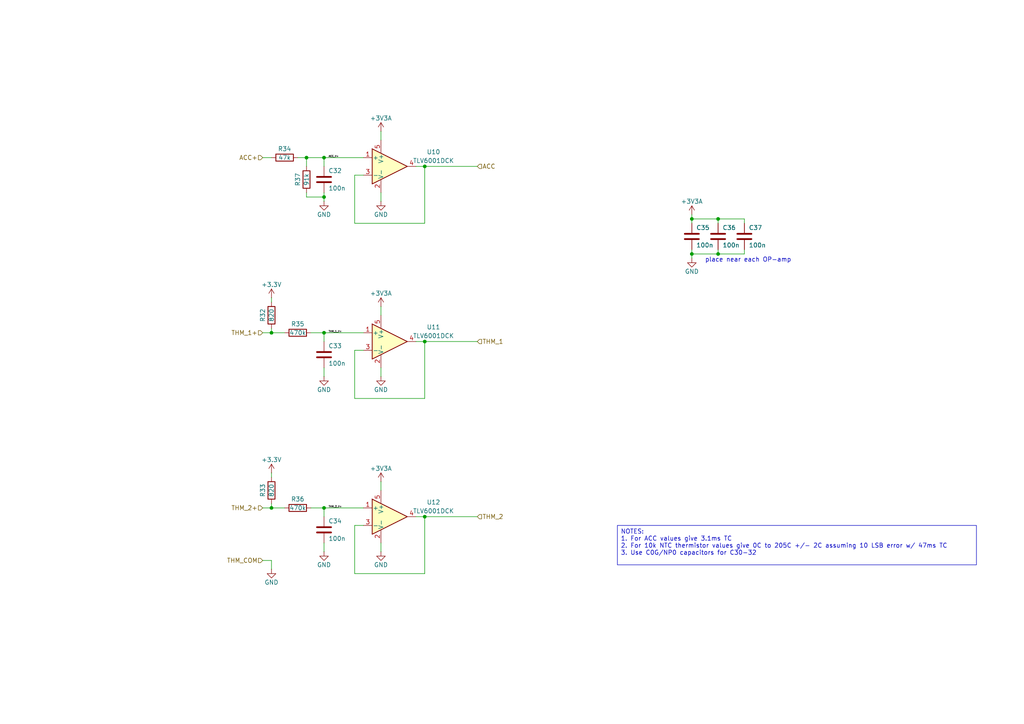
<source format=kicad_sch>
(kicad_sch (version 20250114) (generator "eeschema") (generator_version "9.0")
  (paper "A4")
  (lib_symbols
    (symbol "Amplifier_Operational:TLV6001DCK" (pin_names (offset 0.127))
      (property "Reference" "U" (at 7.62 2.54 0))
      (property "Value" "TLV6001DCK" (at 11.43 -2.54 0))
      (symbol "TLV6001DCK_0_1"
        (polyline (pts (xy -2.54 5.08) (xy -2.54 -5.08) (xy 7.62 0) (xy -2.54 5.08)) (stroke (width 0.254)) (fill (type background)))
      )
      (symbol "TLV6001DCK_1_1"
        (pin input line (at -5.08 2.54 0) (length 2.54) (name "+") (number "1"))
        (pin input line (at -5.08 -2.54 0) (length 2.54) (name "-") (number "3"))
        (pin power_in line (at 0 7.62 270) (length 3.81) (name "V+") (number "5"))
        (pin power_in line (at 0 -7.62 90) (length 3.81) (name "V-") (number "2"))
        (pin output line (at 10.16 0 180) (length 2.54) (name "~") (number "4"))
      )
    )
    (symbol "Device:C" (pin_numbers (hide yes)) (pin_names (offset 0.254))
      (property "Reference" "C" (at 0.635 2.54 0))
      (property "Value" "C" (at 0.635 -2.54 0))
      (symbol "C_0_1"
        (polyline (pts (xy -2.032 0.762) (xy 2.032 0.762)) (stroke (width 0.508)))
        (polyline (pts (xy -2.032 -0.762) (xy 2.032 -0.762)) (stroke (width 0.508)))
      )
      (symbol "C_1_1"
        (pin passive line (at 0 3.81 270) (length 2.794) (name "~") (number "1"))
        (pin passive line (at 0 -3.81 90) (length 2.794) (name "~") (number "2"))
      )
    )
    (symbol "Device:R" (pin_numbers (hide yes)) (pin_names (offset 0))
      (property "Reference" "R" (at 2.032 0 90))
      (property "Value" "R" (at 0 0 90))
      (symbol "R_0_1"
        (rectangle (start -1.016 -2.54) (end 1.016 2.54) (stroke (width 0.254)))
      )
      (symbol "R_1_1"
        (pin passive line (at 0 3.81 270) (length 1.27) (name "~") (number "1"))
        (pin passive line (at 0 -3.81 90) (length 1.27) (name "~") (number "2"))
      )
    )
    (symbol "power:+3.3V" (power) (pin_numbers (hide yes)) (pin_names (offset 0) (hide yes))
      (property "Value" "+3.3V" (at 0 3.556 0))
      (symbol "+3.3V_0_1"
        (polyline (pts (xy -0.762 1.27) (xy 0 2.54)))
        (polyline (pts (xy 0 2.54) (xy 0.762 1.27)))
        (polyline (pts (xy 0 0) (xy 0 2.54)))
      )
      (symbol "+3.3V_1_1"
        (pin power_in line (at 0 0 90) (length 0) (name "~") (number "1"))
      )
    )
    (symbol "power:+3.3VA" (power) (pin_numbers (hide yes)) (pin_names (offset 0) (hide yes))
      (property "Value" "+3.3VA" (at 0 3.556 0))
      (symbol "+3.3VA_0_1"
        (polyline (pts (xy -0.762 1.27) (xy 0 2.54)))
        (polyline (pts (xy 0 2.54) (xy 0.762 1.27)))
        (polyline (pts (xy 0 0) (xy 0 2.54)))
      )
      (symbol "+3.3VA_1_1"
        (pin power_in line (at 0 0 90) (length 0) (name "~") (number "1"))
      )
    )
    (symbol "power:GND" (power) (pin_numbers (hide yes)) (pin_names (offset 0) (hide yes))
      (property "Value" "GND" (at 0 -3.81 0))
      (symbol "GND_0_1"
        (polyline (pts (xy 0 0) (xy 0 -1.27) (xy 1.27 -1.27) (xy 0 -2.54) (xy -1.27 -1.27) (xy 0 -1.27)))
      )
      (symbol "GND_1_1"
        (pin power_in line (at 0 0 270) (length 0) (name "~") (number "1"))
      )
    )
  )
  (text "place near each OP-amp" (at 204.47 76.2 0) (effects (font (size 1.27 1.27)) (justify left bottom)))
  (text_box "NOTES:\n1. For ACC values give 3.1ms TC\n2. For 10k NTC thermistor values give 0C to 205C +/- 2C assuming 10 LSB error w/ 47ms TC\n3. Use C0G/NP0 capacitors for C30-32" (at 179.07 152.4 0) (size 104.14 11.43) (margins 0.9525 0.9525 0.9525 0.9525) (effects (font (size 1.27 1.27)) (justify left top)))
  (junction (at 123.19 99.06))
  (junction (at 93.98 147.32))
  (junction (at 93.98 45.72))
  (junction (at 78.74 147.32))
  (junction (at 78.74 96.52))
  (junction (at 123.19 48.26))
  (junction (at 93.98 96.52))
  (junction (at 93.98 57.15))
  (junction (at 208.28 63.5))
  (junction (at 123.19 149.86))
  (junction (at 200.66 63.5))
  (junction (at 200.66 73.66))
  (junction (at 88.9 45.72))
  (junction (at 208.28 73.66))
  (wire (pts (xy 102.87 50.8) (xy 105.41 50.8)))
  (wire (pts (xy 78.74 147.32) (xy 82.55 147.32)))
  (wire (pts (xy 78.74 96.52) (xy 82.55 96.52)))
  (wire (pts (xy 78.74 137.16) (xy 78.74 138.43)))
  (wire (pts (xy 208.28 73.66) (xy 215.9 73.66)))
  (wire (pts (xy 200.66 72.39) (xy 200.66 73.66)))
  (wire (pts (xy 123.19 99.06) (xy 138.43 99.06)))
  (wire (pts (xy 93.98 157.48) (xy 93.98 160.02)))
  (wire (pts (xy 76.2 162.56) (xy 78.74 162.56)))
  (wire (pts (xy 110.49 58.42) (xy 110.49 55.88)))
  (wire (pts (xy 102.87 101.6) (xy 102.87 115.57)))
  (wire (pts (xy 200.66 63.5) (xy 200.66 64.77)))
  (wire (pts (xy 123.19 99.06) (xy 123.19 115.57)))
  (wire (pts (xy 102.87 166.37) (xy 123.19 166.37)))
  (wire (pts (xy 93.98 147.32) (xy 93.98 149.86)))
  (wire (pts (xy 93.98 96.52) (xy 93.98 99.06)))
  (wire (pts (xy 93.98 147.32) (xy 105.41 147.32)))
  (wire (pts (xy 208.28 63.5) (xy 208.28 64.77)))
  (wire (pts (xy 93.98 55.88) (xy 93.98 57.15)))
  (wire (pts (xy 90.17 96.52) (xy 93.98 96.52)))
  (wire (pts (xy 93.98 45.72) (xy 93.98 48.26)))
  (wire (pts (xy 86.36 45.72) (xy 88.9 45.72)))
  (wire (pts (xy 102.87 64.77) (xy 123.19 64.77)))
  (wire (pts (xy 200.66 62.23) (xy 200.66 63.5)))
  (wire (pts (xy 76.2 147.32) (xy 78.74 147.32)))
  (wire (pts (xy 78.74 86.36) (xy 78.74 87.63)))
  (wire (pts (xy 215.9 72.39) (xy 215.9 73.66)))
  (wire (pts (xy 110.49 109.22) (xy 110.49 106.68)))
  (wire (pts (xy 120.65 48.26) (xy 123.19 48.26)))
  (wire (pts (xy 93.98 45.72) (xy 105.41 45.72)))
  (wire (pts (xy 200.66 73.66) (xy 200.66 74.93)))
  (wire (pts (xy 88.9 45.72) (xy 93.98 45.72)))
  (wire (pts (xy 123.19 48.26) (xy 123.19 64.77)))
  (wire (pts (xy 76.2 45.72) (xy 78.74 45.72)))
  (wire (pts (xy 110.49 38.1) (xy 110.49 40.64)))
  (wire (pts (xy 102.87 152.4) (xy 102.87 166.37)))
  (wire (pts (xy 88.9 57.15) (xy 88.9 55.88)))
  (wire (pts (xy 93.98 57.15) (xy 88.9 57.15)))
  (wire (pts (xy 120.65 149.86) (xy 123.19 149.86)))
  (wire (pts (xy 102.87 50.8) (xy 102.87 64.77)))
  (wire (pts (xy 120.65 99.06) (xy 123.19 99.06)))
  (wire (pts (xy 215.9 63.5) (xy 215.9 64.77)))
  (wire (pts (xy 93.98 106.68) (xy 93.98 109.22)))
  (wire (pts (xy 208.28 63.5) (xy 215.9 63.5)))
  (wire (pts (xy 123.19 149.86) (xy 123.19 166.37)))
  (wire (pts (xy 110.49 160.02) (xy 110.49 157.48)))
  (wire (pts (xy 78.74 162.56) (xy 78.74 165.1)))
  (wire (pts (xy 90.17 147.32) (xy 93.98 147.32)))
  (wire (pts (xy 93.98 96.52) (xy 105.41 96.52)))
  (wire (pts (xy 102.87 115.57) (xy 123.19 115.57)))
  (wire (pts (xy 78.74 146.05) (xy 78.74 147.32)))
  (wire (pts (xy 123.19 149.86) (xy 138.43 149.86)))
  (wire (pts (xy 200.66 73.66) (xy 208.28 73.66)))
  (wire (pts (xy 110.49 139.7) (xy 110.49 142.24)))
  (wire (pts (xy 102.87 152.4) (xy 105.41 152.4)))
  (wire (pts (xy 102.87 101.6) (xy 105.41 101.6)))
  (wire (pts (xy 76.2 96.52) (xy 78.74 96.52)))
  (wire (pts (xy 123.19 48.26) (xy 138.43 48.26)))
  (wire (pts (xy 110.49 88.9) (xy 110.49 91.44)))
  (wire (pts (xy 78.74 95.25) (xy 78.74 96.52)))
  (wire (pts (xy 208.28 72.39) (xy 208.28 73.66)))
  (wire (pts (xy 93.98 57.15) (xy 93.98 58.42)))
  (wire (pts (xy 88.9 45.72) (xy 88.9 48.26)))
  (wire (pts (xy 200.66 63.5) (xy 208.28 63.5)))
  (label "ACC_V+" (at 95.25 45.72 0) (effects (font (size 0.5 0.5))))
  (label "THM_1_V+" (at 95.25 96.52 0) (effects (font (size 0.5 0.5))))
  (label "THM_2_V+" (at 95.25 147.32 0) (effects (font (size 0.5 0.5))))
  (hierarchical_label "THM_1" (shape input) (at 138.43 99.06 0))
  (hierarchical_label "THM_2" (shape input) (at 138.43 149.86 0))
  (hierarchical_label "ACC" (shape input) (at 138.43 48.26 0))
  (hierarchical_label "THM_COM" (shape input) (at 76.2 162.56 180))
  (hierarchical_label "THM_2+" (shape input) (at 76.2 147.32 180))
  (hierarchical_label "ACC+" (shape input) (at 76.2 45.72 180))
  (hierarchical_label "THM_1+" (shape input) (at 76.2 96.52 180))
  (symbol (lib_id "power:+3.3VA") (at 200.66 62.23 0) (unit 1)
    (property "Reference" "#PWR098" (effects (hide yes)))
    (property "Value" "+3V3A" (at 200.66 58.42 0))
    (property "Description" "Power symbol creates a global label with name \"+3.3VA\"" (effects (hide yes)))
  )
  (symbol (lib_id "power:+3.3V") (at 78.74 137.16 0) (unit 1)
    (property "Reference" "#PWR087" (effects (hide yes)))
    (property "Value" "+3.3V" (at 78.74 133.35 0))
    (property "Description" "Power symbol creates a global label with name \"+3.3V\"" (effects (hide yes)))
  )
  (symbol (lib_id "Amplifier_Operational:TLV6001DCK") (at 110.49 48.26 0) (unit 1)
    (property "Reference" "U10" (at 125.73 44.0691 0))
    (property "Value" "TLV6001DCK" (at 125.73 46.6091 0))
    (property "Footprint" "Package_TO_SOT_SMD:SOT-353_SC-70-5" (effects (hide yes)))
    (property "Datasheet" "http://www.ti.com/lit/ds/symlink/tlv6001.pdf" (effects (hide yes)))
    (property "Description" "Low-power, Rail-to-rail, 1MHz Operational Amplifier, SOT-353" (effects (hide yes)))
  )
  (symbol (lib_id "power:GND") (at 110.49 58.42 0) (unit 1)
    (property "Reference" "#PWR093" (effects (hide yes)))
    (property "Value" "GND" (at 110.49 62.23 0))
    (property "Description" "Power symbol creates a global label with name \"GND\" , ground" (effects (hide yes)))
  )
  (symbol (lib_id "power:GND") (at 93.98 109.22 0) (unit 1)
    (property "Reference" "#PWR090" (effects (hide yes)))
    (property "Value" "GND" (at 93.98 113.03 0))
    (property "Description" "Power symbol creates a global label with name \"GND\" , ground" (effects (hide yes)))
  )
  (symbol (lib_id "power:GND") (at 110.49 109.22 0) (unit 1)
    (property "Reference" "#PWR095" (effects (hide yes)))
    (property "Value" "GND" (at 110.49 113.03 0))
    (property "Description" "Power symbol creates a global label with name \"GND\" , ground" (effects (hide yes)))
  )
  (symbol (lib_id "Device:C") (at 93.98 153.67 0) (unit 1)
    (property "Reference" "C34" (at 95.25 151.13 0) (effects (justify left)))
    (property "Value" "100n" (at 95.25 156.21 0) (effects (justify left)))
    (property "Footprint" "Capacitor_SMD:C_0402_1005Metric_Pad0.74x0.62mm_HandSolder" (effects (hide yes)))
    (property "Description" "Unpolarized capacitor" (effects (hide yes)))
  )
  (symbol (lib_id "power:GND") (at 200.66 74.93 0) (unit 1)
    (property "Reference" "#PWR099" (effects (hide yes)))
    (property "Value" "GND" (at 200.66 78.74 0))
    (property "Description" "Power symbol creates a global label with name \"GND\" , ground" (effects (hide yes)))
  )
  (symbol (lib_id "Device:R") (at 82.55 45.72 90) (unit 1)
    (property "Reference" "R34" (at 82.55 43.18 90))
    (property "Value" "47k" (at 82.55 45.72 90))
    (property "Footprint" "Resistor_SMD:R_0402_1005Metric_Pad0.72x0.64mm_HandSolder" (effects (hide yes)))
    (property "Description" "Resistor" (effects (hide yes)))
  )
  (symbol (lib_id "Device:C") (at 93.98 52.07 0) (unit 1)
    (property "Reference" "C32" (at 95.25 49.53 0) (effects (justify left)))
    (property "Value" "100n" (at 95.25 54.61 0) (effects (justify left)))
    (property "Footprint" "Capacitor_SMD:C_0402_1005Metric_Pad0.74x0.62mm_HandSolder" (effects (hide yes)))
    (property "Description" "Unpolarized capacitor" (effects (hide yes)))
  )
  (symbol (lib_id "Device:R") (at 86.36 96.52 90) (unit 1)
    (property "Reference" "R35" (at 86.36 93.98 90))
    (property "Value" "470k" (at 86.36 96.52 90))
    (property "Footprint" "Resistor_SMD:R_0402_1005Metric_Pad0.72x0.64mm_HandSolder" (effects (hide yes)))
    (property "Description" "Resistor" (effects (hide yes)))
  )
  (symbol (lib_id "power:+3.3VA") (at 110.49 88.9 0) (unit 1)
    (property "Reference" "#PWR094" (effects (hide yes)))
    (property "Value" "+3V3A" (at 110.49 85.09 0))
    (property "Description" "Power symbol creates a global label with name \"+3.3VA\"" (effects (hide yes)))
  )
  (symbol (lib_id "Amplifier_Operational:TLV6001DCK") (at 110.49 99.06 0) (unit 1)
    (property "Reference" "U11" (at 125.73 94.8691 0))
    (property "Value" "TLV6001DCK" (at 125.73 97.4091 0))
    (property "Footprint" "Package_TO_SOT_SMD:SOT-353_SC-70-5" (effects (hide yes)))
    (property "Datasheet" "http://www.ti.com/lit/ds/symlink/tlv6001.pdf" (effects (hide yes)))
    (property "Description" "Low-power, Rail-to-rail, 1MHz Operational Amplifier, SOT-353" (effects (hide yes)))
  )
  (symbol (lib_id "Device:C") (at 215.9 68.58 0) (unit 1)
    (property "Reference" "C37" (at 217.17 66.04 0) (effects (justify left)))
    (property "Value" "100n" (at 217.17 71.12 0) (effects (justify left)))
    (property "Footprint" "Capacitor_SMD:C_0402_1005Metric" (effects (hide yes)))
    (property "Description" "Unpolarized capacitor" (effects (hide yes)))
  )
  (symbol (lib_id "power:GND") (at 93.98 58.42 0) (unit 1)
    (property "Reference" "#PWR089" (effects (hide yes)))
    (property "Value" "GND" (at 93.98 62.23 0))
    (property "Description" "Power symbol creates a global label with name \"GND\" , ground" (effects (hide yes)))
  )
  (symbol (lib_id "Device:R") (at 78.74 91.44 180) (unit 1)
    (property "Reference" "R32" (at 76.2 91.44 90))
    (property "Value" "820" (at 78.74 91.44 90))
    (property "Footprint" "Resistor_SMD:R_0402_1005Metric_Pad0.72x0.64mm_HandSolder" (effects (hide yes)))
    (property "Description" "Resistor" (effects (hide yes)))
  )
  (symbol (lib_id "Device:C") (at 93.98 102.87 0) (unit 1)
    (property "Reference" "C33" (at 95.25 100.33 0) (effects (justify left)))
    (property "Value" "100n" (at 95.25 105.41 0) (effects (justify left)))
    (property "Footprint" "Capacitor_SMD:C_0402_1005Metric_Pad0.74x0.62mm_HandSolder" (effects (hide yes)))
    (property "Description" "Unpolarized capacitor" (effects (hide yes)))
  )
  (symbol (lib_id "Device:R") (at 86.36 147.32 90) (unit 1)
    (property "Reference" "R36" (at 86.36 144.78 90))
    (property "Value" "470k" (at 86.36 147.32 90))
    (property "Footprint" "Resistor_SMD:R_0402_1005Metric_Pad0.72x0.64mm_HandSolder" (effects (hide yes)))
    (property "Description" "Resistor" (effects (hide yes)))
  )
  (symbol (lib_id "power:+3.3VA") (at 110.49 139.7 0) (unit 1)
    (property "Reference" "#PWR096" (effects (hide yes)))
    (property "Value" "+3V3A" (at 110.49 135.89 0))
    (property "Description" "Power symbol creates a global label with name \"+3.3VA\"" (effects (hide yes)))
  )
  (symbol (lib_id "Amplifier_Operational:TLV6001DCK") (at 110.49 149.86 0) (unit 1)
    (property "Reference" "U12" (at 125.73 145.6691 0))
    (property "Value" "TLV6001DCK" (at 125.73 148.2091 0))
    (property "Footprint" "Package_TO_SOT_SMD:SOT-353_SC-70-5" (effects (hide yes)))
    (property "Datasheet" "http://www.ti.com/lit/ds/symlink/tlv6001.pdf" (effects (hide yes)))
    (property "Description" "Low-power, Rail-to-rail, 1MHz Operational Amplifier, SOT-353" (effects (hide yes)))
  )
  (symbol (lib_id "power:GND") (at 78.74 165.1 0) (unit 1)
    (property "Reference" "#PWR088" (effects (hide yes)))
    (property "Value" "GND" (at 78.74 168.91 0))
    (property "Description" "Power symbol creates a global label with name \"GND\" , ground" (effects (hide yes)))
  )
  (symbol (lib_id "power:GND") (at 93.98 160.02 0) (unit 1)
    (property "Reference" "#PWR091" (effects (hide yes)))
    (property "Value" "GND" (at 93.98 163.83 0))
    (property "Description" "Power symbol creates a global label with name \"GND\" , ground" (effects (hide yes)))
  )
  (symbol (lib_id "Device:C") (at 200.66 68.58 0) (unit 1)
    (property "Reference" "C35" (at 201.93 66.04 0) (effects (justify left)))
    (property "Value" "100n" (at 201.93 71.12 0) (effects (justify left)))
    (property "Footprint" "Capacitor_SMD:C_0402_1005Metric" (effects (hide yes)))
    (property "Description" "Unpolarized capacitor" (effects (hide yes)))
  )
  (symbol (lib_id "Device:C") (at 208.28 68.58 0) (unit 1)
    (property "Reference" "C36" (at 209.55 66.04 0) (effects (justify left)))
    (property "Value" "100n" (at 209.55 71.12 0) (effects (justify left)))
    (property "Footprint" "Capacitor_SMD:C_0402_1005Metric" (effects (hide yes)))
    (property "Description" "Unpolarized capacitor" (effects (hide yes)))
  )
  (symbol (lib_id "Device:R") (at 88.9 52.07 180) (unit 1)
    (property "Reference" "R37" (at 86.36 52.07 90))
    (property "Value" "91k" (at 88.9 52.07 90))
    (property "Footprint" "Resistor_SMD:R_0402_1005Metric_Pad0.72x0.64mm_HandSolder" (effects (hide yes)))
    (property "Description" "Resistor" (effects (hide yes)))
  )
  (symbol (lib_id "power:+3.3VA") (at 110.49 38.1 0) (unit 1)
    (property "Reference" "#PWR092" (effects (hide yes)))
    (property "Value" "+3V3A" (at 110.49 34.29 0))
    (property "Description" "Power symbol creates a global label with name \"+3.3VA\"" (effects (hide yes)))
  )
  (symbol (lib_id "Device:R") (at 78.74 142.24 180) (unit 1)
    (property "Reference" "R33" (at 76.2 142.24 90))
    (property "Value" "820" (at 78.74 142.24 90))
    (property "Footprint" "Resistor_SMD:R_0402_1005Metric_Pad0.72x0.64mm_HandSolder" (effects (hide yes)))
    (property "Description" "Resistor" (effects (hide yes)))
  )
  (symbol (lib_id "power:+3.3V") (at 78.74 86.36 0) (unit 1)
    (property "Reference" "#PWR086" (effects (hide yes)))
    (property "Value" "+3.3V" (at 78.74 82.55 0))
    (property "Description" "Power symbol creates a global label with name \"+3.3V\"" (effects (hide yes)))
  )
  (symbol (lib_id "power:GND") (at 110.49 160.02 0) (unit 1)
    (property "Reference" "#PWR097" (effects (hide yes)))
    (property "Value" "GND" (at 110.49 163.83 0))
    (property "Description" "Power symbol creates a global label with name \"GND\" , ground" (effects (hide yes)))
  )
)
</source>
